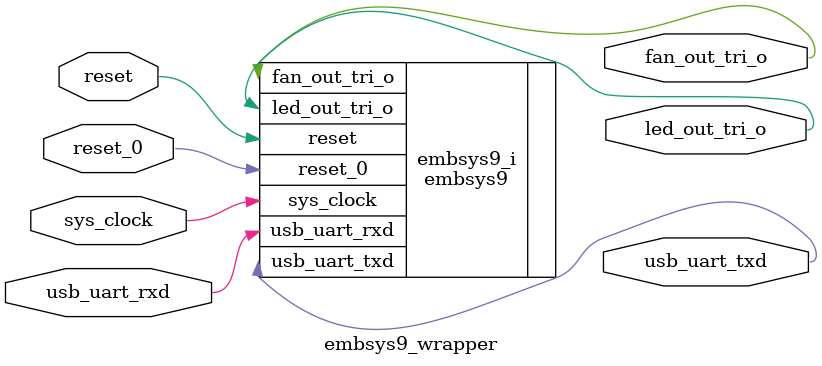
<source format=v>
`timescale 1 ps / 1 ps

module embsys9_wrapper
   (fan_out_tri_o,
    led_out_tri_o,
    reset,
    reset_0,
    sys_clock,
    usb_uart_rxd,
    usb_uart_txd);
  output [0:0]fan_out_tri_o;
  output [0:0]led_out_tri_o;
  input reset;
  input reset_0;
  input sys_clock;
  input usb_uart_rxd;
  output usb_uart_txd;

  wire [0:0]fan_out_tri_o;
  wire [0:0]led_out_tri_o;
  wire reset;
  wire reset_0;
  wire sys_clock;
  wire usb_uart_rxd;
  wire usb_uart_txd;

  embsys9 embsys9_i
       (.fan_out_tri_o(fan_out_tri_o),
        .led_out_tri_o(led_out_tri_o),
        .reset(reset),
        .reset_0(reset_0),
        .sys_clock(sys_clock),
        .usb_uart_rxd(usb_uart_rxd),
        .usb_uart_txd(usb_uart_txd));
endmodule

</source>
